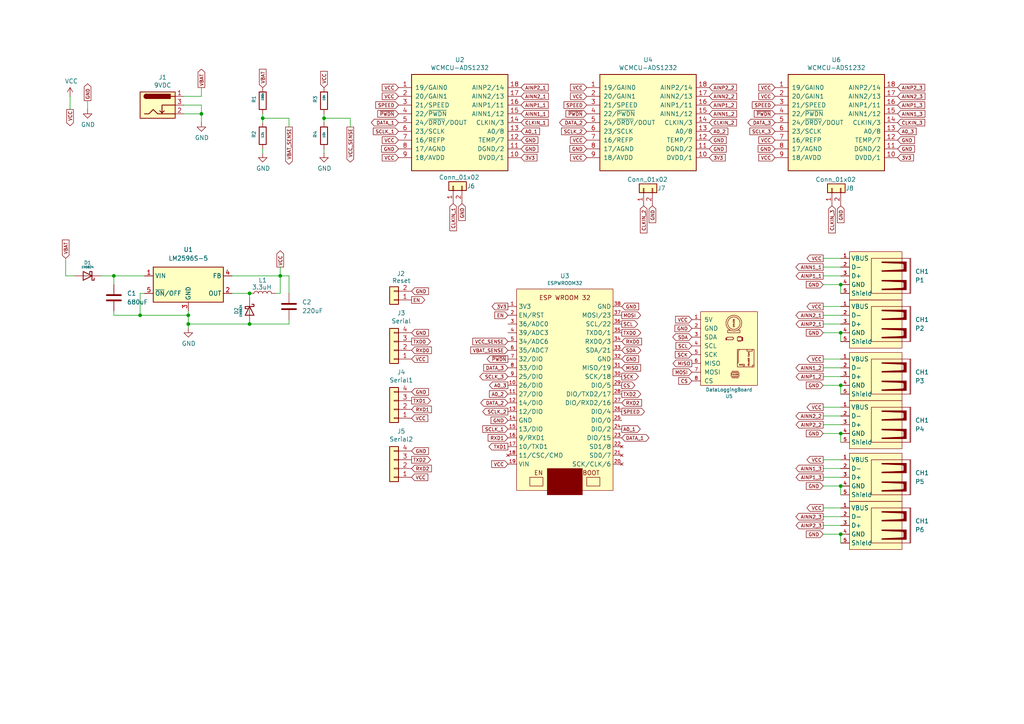
<source format=kicad_sch>
(kicad_sch (version 20231120) (generator "eeschema") (generator_version "8.0")
  (paper "A4")
  (lib_symbols
    (symbol "Connector:Barrel_Jack_Switch" (pin_names hide)
      (property "Reference" "J" (at 0 5.334 0))
      (property "Value" "Barrel_Jack_Switch" (at 0 -5.08 0))
      (symbol "Barrel_Jack_Switch_0_1"
        (rectangle (start -5.08 3.81) (end 5.08 -3.81) (stroke (width 0.254)) (fill (type background)))
        (arc (start -3.302 3.175) (mid -3.9343 2.54) (end -3.302 1.905) (stroke (width 0.254)))
        (arc (start -3.302 3.175) (mid -3.9343 2.54) (end -3.302 1.905) (stroke (width 0.254)) (fill (type outline)))
        (polyline (pts (xy 1.27 -2.286) (xy 1.905 -1.651)) (stroke (width 0.254)))
        (polyline (pts (xy 5.08 2.54) (xy 3.81 2.54)) (stroke (width 0.254)))
        (polyline (pts (xy 5.08 0) (xy 1.27 0) (xy 1.27 -2.286) (xy 0.635 -1.651)) (stroke (width 0.254)))
        (polyline (pts (xy -3.81 -2.54) (xy -2.54 -2.54) (xy -1.27 -1.27) (xy 0 -2.54) (xy 2.54 -2.54) (xy 5.08 -2.54)) (stroke (width 0.254)))
        (rectangle (start 3.683 3.175) (end -3.302 1.905) (stroke (width 0.254)) (fill (type outline)))
      )
      (symbol "Barrel_Jack_Switch_1_1"
        (pin passive line (at 7.62 2.54 180) (length 2.54) (name "~") (number "1"))
        (pin passive line (at 7.62 -2.54 180) (length 2.54) (name "~") (number "2"))
        (pin passive line (at 7.62 0 180) (length 2.54) (name "~") (number "3"))
      )
    )
    (symbol "Connector_Generic:Conn_01x02" (pin_names (offset 1.016) hide)
      (property "Reference" "J" (at 0 2.54 0))
      (property "Value" "Conn_01x02" (at 0 -5.08 0))
      (symbol "Conn_01x02_1_1"
        (rectangle (start -1.27 -2.413) (end 0 -2.667) (stroke (width 0.1524)))
        (rectangle (start -1.27 0.127) (end 0 -0.127) (stroke (width 0.1524)))
        (rectangle (start -1.27 1.27) (end 1.27 -3.81) (stroke (width 0.254)) (fill (type background)))
        (pin passive line (at -5.08 0 0) (length 3.81) (name "Pin_1") (number "1"))
        (pin passive line (at -5.08 -2.54 0) (length 3.81) (name "Pin_2") (number "2"))
      )
    )
    (symbol "Connector_Generic:Conn_01x04" (pin_names (offset 1.016) hide)
      (property "Reference" "J" (at 0 5.08 0))
      (property "Value" "Conn_01x04" (at 0 -7.62 0))
      (symbol "Conn_01x04_1_1"
        (rectangle (start -1.27 -4.953) (end 0 -5.207) (stroke (width 0.1524)))
        (rectangle (start -1.27 -2.413) (end 0 -2.667) (stroke (width 0.1524)))
        (rectangle (start -1.27 0.127) (end 0 -0.127) (stroke (width 0.1524)))
        (rectangle (start -1.27 2.667) (end 0 2.413) (stroke (width 0.1524)))
        (rectangle (start -1.27 3.81) (end 1.27 -6.35) (stroke (width 0.254)) (fill (type background)))
        (pin passive line (at -5.08 2.54 0) (length 3.81) (name "Pin_1") (number "1"))
        (pin passive line (at -5.08 0 0) (length 3.81) (name "Pin_2") (number "2"))
        (pin passive line (at -5.08 -2.54 0) (length 3.81) (name "Pin_3") (number "3"))
        (pin passive line (at -5.08 -5.08 0) (length 3.81) (name "Pin_4") (number "4"))
      )
    )
    (symbol "DataLoggingBoard:DataLoggingBoard" (pin_names (offset 1.016))
      (property "Reference" "U" (at 0 -13.97 0))
      (property "Value" "DataLoggingBoard" (at -0.3048 -12.192 0))
      (symbol "DataLoggingBoard_0_0"
        (rectangle (start -4.318 1.524) (end -3.048 2.54))
        (polyline (pts (xy -4.064 1.524) (xy -4.064 1.27)))
        (polyline (pts (xy -4.064 2.54) (xy -4.064 2.794)))
        (polyline (pts (xy -3.81 1.524) (xy -3.81 1.27)))
        (polyline (pts (xy -3.81 2.54) (xy -3.81 2.794)))
        (polyline (pts (xy -3.556 1.524) (xy -3.556 1.27)))
        (polyline (pts (xy -3.556 2.54) (xy -3.556 2.794)))
        (polyline (pts (xy -3.302 1.524) (xy -3.302 1.27)))
        (polyline (pts (xy -3.302 2.54) (xy -3.302 2.794)))
        (polyline (pts (xy -2.032 2.032) (xy -1.778 2.032) (xy -1.778 1.778) (xy 0 1.778) (xy 0 2.54) (xy -1.778 2.54) (xy -1.778 2.286) (xy -2.032 2.286)))
        (text "74hc1250" (at -2.2606 -8.3058 0) (effects (font (size 0.2794 0.2794))))
        (text "CR1220" (at -2.032 6.604 900) (effects (font (size 0.4064 0.4064))))
        (text "DS1307" (at -4.572 2.032 900) (effects (font (size 0.2032 0.2032))))
        (text "MicroSD Card" (at -6.35 -3.81 900) (effects (font (size 0.4064 0.4064))))
        (text "osc" (at 0.254 2.032 900) (effects (font (size 0.3048 0.3048))))
        (pin power_in line (at 10.16 7.62 180) (length 2.5654) (name "5V") (number "1"))
        (pin power_in line (at 10.16 5.08 180) (length 2.5654) (name "GND") (number "2"))
        (pin bidirectional line (at 10.16 2.54 180) (length 2.5654) (name "SDA") (number "3"))
        (pin input line (at 10.16 0 180) (length 2.5654) (name "SCL") (number "4"))
        (pin input line (at 10.16 -2.54 180) (length 2.5654) (name "SCK") (number "5"))
        (pin output line (at 10.16 -5.08 180) (length 2.5654) (name "MISO") (number "6"))
        (pin input line (at 10.16 -7.62 180) (length 2.5654) (name "MOSI") (number "7"))
        (pin input line (at 10.16 -10.16 180) (length 2.5654) (name "CS") (number "8"))
      )
      (symbol "DataLoggingBoard_0_1"
        (rectangle (start -8.89 -11.43) (end 7.62 9.906) (fill (type background)))
        (rectangle (start -7.874 -6.096) (end -3.048 -1.016))
        (circle (center -2.032 6.604) (radius 1.8034))
        (circle (center -2.032 6.604) (radius 2.286))
        (polyline (pts (xy -3.81 -5.588) (xy -3.556 -5.588)))
        (polyline (pts (xy -3.81 -5.334) (xy -3.556 -5.334)))
        (polyline (pts (xy -3.2766 -9.0678) (xy -3.2766 -9.3218)))
        (polyline (pts (xy -3.2766 -7.5438) (xy -3.2766 -7.2898)))
        (polyline (pts (xy -3.0226 -9.0678) (xy -3.0226 -9.3218)))
        (polyline (pts (xy -3.0226 -7.5438) (xy -3.0226 -7.2898)))
        (polyline (pts (xy -2.7686 -9.0678) (xy -2.7686 -9.3218)))
        (polyline (pts (xy -2.7686 -7.5438) (xy -2.7686 -7.2898)))
        (polyline (pts (xy -2.5146 -9.0678) (xy -2.5146 -9.3218)))
        (polyline (pts (xy -2.5146 -7.5438) (xy -2.5146 -7.2898)))
        (polyline (pts (xy -2.2606 -9.0678) (xy -2.2606 -9.3218)))
        (polyline (pts (xy -2.2606 -7.5438) (xy -2.2606 -7.2898)))
        (polyline (pts (xy -2.0066 -9.0678) (xy -2.0066 -9.3218)))
        (polyline (pts (xy -2.0066 -7.5438) (xy -2.0066 -7.2898)))
        (polyline (pts (xy -1.7526 -9.0678) (xy -1.7526 -9.3218)))
        (polyline (pts (xy -1.7526 -7.5438) (xy -1.7526 -7.2898)))
        (polyline (pts (xy -1.4986 -9.0678) (xy -1.4986 -9.3218)))
        (polyline (pts (xy -1.4986 -7.5438) (xy -1.4986 -7.2898)))
        (polyline (pts (xy -7.874 -5.588) (xy -7.366 -5.588) (xy -7.366 -6.096)))
        (polyline (pts (xy -5.08 -5.588) (xy -5.08 -5.334) (xy -3.81 -5.334)))
        (polyline (pts (xy -7.366 -1.016) (xy -7.366 -1.524) (xy -5.842 -1.524) (xy -5.842 -1.016)))
        (polyline (pts (xy -5.08 -5.588) (xy -5.08 -5.842) (xy -4.826 -5.842) (xy -4.572 -5.588) (xy -3.81 -5.588)))
        (polyline (pts (xy -3.5306 -8.8138) (xy -1.2446 -8.8138) (xy -1.2446 -7.7978) (xy -3.5306 -7.7978) (xy -3.5306 -8.8138)))
        (polyline (pts (xy -3.302 4.572) (xy -3.81 4.572) (xy -3.81 3.81) (xy -0.254 3.81) (xy -0.254 4.572) (xy -1.016 4.572)))
        (polyline (pts (xy -3.048 -5.08) (xy -3.302 -4.826) (xy -3.302 -2.286) (xy -3.302 -2.032) (xy -3.302 -1.524) (xy -3.556 -1.27) (xy -3.556 -1.016)))
      )
    )
    (symbol "Device:C" (pin_numbers hide) (pin_names (offset 0.254))
      (property "Reference" "C" (at 0.635 2.54 0))
      (property "Value" "C" (at 0.635 -2.54 0))
      (symbol "C_0_1"
        (polyline (pts (xy -2.032 -0.762) (xy 2.032 -0.762)) (stroke (width 0.508)))
        (polyline (pts (xy -2.032 0.762) (xy 2.032 0.762)) (stroke (width 0.508)))
      )
      (symbol "C_1_1"
        (pin passive line (at 0 3.81 270) (length 2.794) (name "~") (number "1"))
        (pin passive line (at 0 -3.81 90) (length 2.794) (name "~") (number "2"))
      )
    )
    (symbol "Device:D_Schottky" (pin_numbers hide) (pin_names (offset 1.016) hide)
      (property "Reference" "D" (at 0 2.54 0))
      (property "Value" "D_Schottky" (at 0 -2.54 0))
      (symbol "D_Schottky_0_1"
        (polyline (pts (xy 1.27 0) (xy -1.27 0)))
        (polyline (pts (xy 1.27 1.27) (xy 1.27 -1.27) (xy -1.27 0) (xy 1.27 1.27)) (stroke (width 0.254)))
        (polyline (pts (xy -1.905 0.635) (xy -1.905 1.27) (xy -1.27 1.27) (xy -1.27 -1.27) (xy -0.635 -1.27) (xy -0.635 -0.635)) (stroke (width 0.254)))
      )
      (symbol "D_Schottky_1_1"
        (pin passive line (at -3.81 0 0) (length 2.54) (name "K") (number "1"))
        (pin passive line (at 3.81 0 180) (length 2.54) (name "A") (number "2"))
      )
    )
    (symbol "Device:L" (pin_numbers hide) (pin_names (offset 1.016) hide)
      (property "Reference" "L" (at -1.27 0 90))
      (property "Value" "L" (at 1.905 0 90))
      (symbol "L_0_1"
        (arc (start 0 -2.54) (mid 0.6323 -1.905) (end 0 -1.27))
        (arc (start 0 -1.27) (mid 0.6323 -0.635) (end 0 0))
        (arc (start 0 0) (mid 0.6323 0.635) (end 0 1.27))
        (arc (start 0 1.27) (mid 0.6323 1.905) (end 0 2.54))
      )
      (symbol "L_1_1"
        (pin passive line (at 0 3.81 270) (length 1.27) (name "1") (number "1"))
        (pin passive line (at 0 -3.81 90) (length 1.27) (name "2") (number "2"))
      )
    )
    (symbol "Device:R" (pin_numbers hide) (pin_names (offset 0))
      (property "Reference" "R" (at 2.032 0 90))
      (property "Value" "R" (at 0 0 90))
      (symbol "R_0_1"
        (rectangle (start -1.016 -2.54) (end 1.016 2.54) (stroke (width 0.254)))
      )
      (symbol "R_1_1"
        (pin passive line (at 0 3.81 270) (length 1.27) (name "~") (number "1"))
        (pin passive line (at 0 -3.81 90) (length 1.27) (name "~") (number "2"))
      )
    )
    (symbol "ESP WROOM32 DEV-BOARD:ESPWROOM32"
      (property "Reference" "U" (at 0 33.02 0))
      (property "Value" "ESPWROOM32" (at 0 30.48 0))
      (symbol "ESPWROOM32_0_0"
        (rectangle (start -10.16 -25.4) (end -6.35 -27.94))
        (rectangle (start -5.08 -22.86) (end 5.08 -30.48) (fill (type outline)))
        (rectangle (start 6.35 -25.4) (end 10.16 -27.94))
        (text "BOOT" (at 7.62 -24.13 0) (effects (font (size 1.27 1.27))))
        (text "EN" (at -7.62 -24.13 0) (effects (font (size 1.27 1.27))))
        (text "ESP WROOM 32" (at 0 26.67 0) (effects (font (size 1.27 1.27))))
        (pin input line (at -16.51 21.59 0) (length 2.54) (name "EN/RST") (number "2"))
      )
      (symbol "ESPWROOM32_0_1"
        (rectangle (start -13.97 29.21) (end 13.97 -29.21) (fill (type background)))
      )
      (symbol "ESPWROOM32_1_1"
        (pin power_out line (at -16.51 24.13 0) (length 2.54) (name "3V3") (number "1"))
        (pin bidirectional line (at -16.51 1.27 0) (length 2.54) (name "26/DIO") (number "10"))
        (pin bidirectional line (at -16.51 -1.27 0) (length 2.54) (name "27/DIO") (number "11"))
        (pin bidirectional line (at -16.51 -3.81 0) (length 2.54) (name "14/DIO") (number "12"))
        (pin bidirectional line (at -16.51 -6.35 0) (length 2.54) (name "12/DIO") (number "13"))
        (pin power_in line (at -16.51 -8.89 0) (length 2.54) (name "GND") (number "14"))
        (pin bidirectional line (at -16.51 -11.43 0) (length 2.54) (name "13/DIO") (number "15"))
        (pin input line (at -16.51 -13.97 0) (length 2.54) (name "9/RXD1") (number "16"))
        (pin output line (at -16.51 -16.51 0) (length 2.54) (name "10/TXD1") (number "17"))
        (pin no_connect line (at -16.51 -19.05 0) (length 2.54) (name "11/CSC/CMD") (number "18"))
        (pin power_in line (at -16.51 -21.59 0) (length 2.54) (name "VIN") (number "19"))
        (pin no_connect line (at 16.51 -21.59 180) (length 2.54) (name "SCK/CLK/6") (number "20"))
        (pin no_connect line (at 16.51 -19.05 180) (length 2.54) (name "SD0/7") (number "21"))
        (pin no_connect line (at 16.51 -16.51 180) (length 2.54) (name "SD1/8") (number "22"))
        (pin bidirectional line (at 16.51 -13.97 180) (length 2.54) (name "DIO/15") (number "23"))
        (pin bidirectional line (at 16.51 -11.43 180) (length 2.54) (name "DIO/2") (number "24"))
        (pin bidirectional line (at 16.51 -8.89 180) (length 2.54) (name "DIO/0") (number "25"))
        (pin bidirectional line (at 16.51 -6.35 180) (length 2.54) (name "DIO/4") (number "26"))
        (pin input line (at 16.51 -3.81 180) (length 2.54) (name "DIO/RXD2/16") (number "27"))
        (pin output line (at 16.51 -1.27 180) (length 2.54) (name "DIO/TXD2/17") (number "28"))
        (pin bidirectional line (at 16.51 1.27 180) (length 2.54) (name "DIO/5") (number "29"))
        (pin input line (at -16.51 19.05 0) (length 2.54) (name "36/ADC0") (number "3"))
        (pin output line (at 16.51 3.81 180) (length 2.54) (name "SCK/18") (number "30"))
        (pin input line (at 16.51 6.35 180) (length 2.54) (name "MISO/19") (number "31"))
        (pin power_in line (at 16.51 8.89 180) (length 2.54) (name "GND") (number "32"))
        (pin bidirectional line (at 16.51 11.43 180) (length 2.54) (name "SDA/21") (number "33"))
        (pin input line (at 16.51 13.97 180) (length 2.54) (name "RXD0/3") (number "34"))
        (pin output line (at 16.51 16.51 180) (length 2.54) (name "TXD0/1") (number "35"))
        (pin output line (at 16.51 19.05 180) (length 2.54) (name "SCL/22") (number "36"))
        (pin output line (at 16.51 21.59 180) (length 2.54) (name "MOSI/23") (number "37"))
        (pin power_in line (at 16.51 24.13 180) (length 2.54) (name "GND") (number "38"))
        (pin input line (at -16.51 16.51 0) (length 2.54) (name "39/ADC3") (number "4"))
        (pin input line (at -16.51 13.97 0) (length 2.54) (name "34/ADC6") (number "5"))
        (pin input line (at -16.51 11.43 0) (length 2.54) (name "35/ADC7") (number "6"))
        (pin bidirectional line (at -16.51 8.89 0) (length 2.54) (name "32/DIO") (number "7"))
        (pin bidirectional line (at -16.51 6.35 0) (length 2.54) (name "33/DIO") (number "8"))
        (pin bidirectional line (at -16.51 3.81 0) (length 2.54) (name "25/DIO") (number "9"))
      )
    )
    (symbol "Regulator_Switching:LM2596S-5"
      (property "Reference" "U" (at -10.16 6.35 0))
      (property "Value" "LM2596S-5" (at 0 6.35 0))
      (symbol "LM2596S-5_0_1"
        (rectangle (start -10.16 5.08) (end 10.16 -5.08) (stroke (width 0.254)) (fill (type background)))
      )
      (symbol "LM2596S-5_1_1"
        (pin power_in line (at -12.7 2.54 0) (length 2.54) (name "VIN") (number "1"))
        (pin output line (at 12.7 -2.54 180) (length 2.54) (name "OUT") (number "2"))
        (pin power_in line (at 0 -7.62 90) (length 2.54) (name "GND") (number "3"))
        (pin input line (at 12.7 2.54 180) (length 2.54) (name "FB") (number "4"))
        (pin input line (at -12.7 -2.54 0) (length 2.54) (name "~{ON}/OFF") (number "5"))
      )
    )
    (symbol "USB_Type_A_1"
      (property "Reference" "U2" (at -6.35 6.35 0))
      (property "Value" "CH1" (at -6.35 8.89 0))
      (symbol "USB_Type_A_1_0_1"
        (rectangle (start -5.08 12.7001) (end 6.35 2.5401))
        (rectangle (start -2.54 14.605) (end 12.7 0.635) (fill (type background)))
        (polyline (pts (xy -4.826 12.7001) (xy -4.826 2.5401)))
        (polyline (pts (xy -3.81 11.6841) (xy -3.81 8.8901) (xy 3.302 8.8901) (xy 3.302 9.1441) (xy -2.794 9.3981) (xy -3.048 9.6521) (xy -3.048 10.9221) (xy -2.794 11.1761) (xy 3.302 11.4301) (xy 3.302 11.6841) (xy -3.81 11.6841)) (fill (type outline)))
      )
      (symbol "USB_Type_A_1_1_1"
        (polyline (pts (xy -3.81 6.3501) (xy -3.81 3.5561) (xy 3.302 3.5561) (xy 3.302 3.8101) (xy -2.794 4.0641) (xy -3.048 4.3181) (xy -3.048 5.5881) (xy -2.794 5.8421) (xy 3.302 6.0961) (xy 3.302 6.3501) (xy -3.81 6.3501)) (fill (type outline)))
        (pin power_in line (at 15.24 12.7 180) (length 2.54) (name "VBUS") (number "1"))
        (pin bidirectional line (at 15.24 10.16 180) (length 2.54) (name "D-") (number "2"))
        (pin bidirectional line (at 15.24 7.62 180) (length 2.54) (name "D+") (number "3"))
        (pin power_in line (at 15.24 5.08 180) (length 2.54) (name "GND") (number "4"))
        (pin power_in line (at 15.24 2.54 180) (length 2.54) (name "Shield") (number "5"))
      )
    )
    (symbol "WCMCU-ADS1232:WCMCU-ADS1232" (pin_names (offset 1.016))
      (property "Reference" "U" (at -1.27 19.05 0))
      (property "Value" "WCMCU-ADS1232" (at -7.62 16.51 0))
      (symbol "WCMCU-ADS1232_0_1"
        (rectangle (start -13.97 13.97) (end 13.97 -13.97) (stroke (width 0.254)) (fill (type background)))
      )
      (symbol "WCMCU-ADS1232_1_1"
        (pin input line (at -17.78 10.16 0) (length 3.81) (name "19/GAIN0") (number "1"))
        (pin power_in line (at 17.78 -10.16 180) (length 3.81) (name "DVDD/1") (number "10"))
        (pin power_in line (at 17.78 -7.62 180) (length 3.81) (name "DGND/2") (number "11"))
        (pin input line (at 17.78 -5.08 180) (length 3.81) (name "TEMP/7") (number "12"))
        (pin input line (at 17.78 -2.54 180) (length 3.81) (name "A0/8") (number "13"))
        (pin input line (at 17.78 0 180) (length 3.81) (name "CLKIN/3") (number "14"))
        (pin input line (at 17.78 2.54 180) (length 3.81) (name "AINN1/12") (number "15"))
        (pin input line (at 17.78 5.08 180) (length 3.81) (name "AINP1/11") (number "16"))
        (pin input line (at 17.78 7.62 180) (length 3.81) (name "AINN2/13") (number "17"))
        (pin input line (at 17.78 10.16 180) (length 3.81) (name "AINP2/14") (number "18"))
        (pin input line (at -17.78 7.62 0) (length 3.81) (name "20/GAIN1") (number "2"))
        (pin input line (at -17.78 5.08 0) (length 3.81) (name "21/SPEED") (number "3"))
        (pin input line (at -17.78 2.54 0) (length 3.81) (name "22/~{PWDN}") (number "4"))
        (pin output line (at -17.78 0 0) (length 3.81) (name "24/~{DRDY}/DOUT") (number "5"))
        (pin input line (at -17.78 -2.54 0) (length 3.81) (name "23/SCLK") (number "6"))
        (pin input line (at -17.78 -5.08 0) (length 3.81) (name "16/REFP") (number "7"))
        (pin power_in line (at -17.78 -7.62 0) (length 3.81) (name "17/AGND") (number "8"))
        (pin power_in line (at -17.78 -10.16 0) (length 3.81) (name "18/AVDD") (number "9"))
      )
    )
    (symbol "power:GND" (power) (pin_numbers hide) (pin_names (offset 0) hide)
      (property "Value" "GND" (at 0 -3.81 0))
      (symbol "GND_0_1"
        (polyline (pts (xy 0 0) (xy 0 -1.27) (xy 1.27 -1.27) (xy 0 -2.54) (xy -1.27 -1.27) (xy 0 -1.27)))
      )
      (symbol "GND_1_1"
        (pin power_in line (at 0 0 270) (length 0) (name "~") (number "1"))
      )
    )
    (symbol "power:VCC" (power) (pin_numbers hide) (pin_names (offset 0) hide)
      (property "Value" "VCC" (at 0 3.556 0))
      (symbol "VCC_0_1"
        (polyline (pts (xy -0.762 1.27) (xy 0 2.54)))
        (polyline (pts (xy 0 0) (xy 0 2.54)))
        (polyline (pts (xy 0 2.54) (xy 0.762 1.27)))
      )
      (symbol "VCC_1_1"
        (pin power_in line (at 0 0 90) (length 0) (name "~") (number "1"))
      )
    )
  )
  (junction (at 93.98 34.29))
  (junction (at 58.42 33.02))
  (junction (at 54.61 91.44))
  (junction (at 54.61 93.98))
  (junction (at 243.84 96.52))
  (junction (at 76.2 34.29))
  (junction (at 72.39 93.98))
  (junction (at 40.64 91.44))
  (junction (at 243.84 154.94))
  (junction (at 243.84 125.73))
  (junction (at 81.28 80.01))
  (junction (at 72.39 85.09))
  (junction (at 243.84 111.76))
  (junction (at 243.84 82.55))
  (junction (at 33.02 80.01))
  (junction (at 243.84 140.97))
  (wire (pts (xy 238.76 93.98) (xy 243.84 93.98)))
  (wire (pts (xy 238.76 80.01) (xy 243.84 80.01)))
  (wire (pts (xy 93.98 34.29) (xy 101.6 34.29)))
  (wire (pts (xy 83.82 85.09) (xy 83.82 80.01)))
  (wire (pts (xy 238.76 96.52) (xy 243.84 96.52)))
  (wire (pts (xy 72.39 85.09) (xy 72.39 86.36)))
  (wire (pts (xy 19.05 74.93) (xy 19.05 80.01)))
  (wire (pts (xy 93.98 33.02) (xy 93.98 34.29)))
  (wire (pts (xy 33.02 80.01) (xy 41.91 80.01)))
  (wire (pts (xy 243.84 140.97) (xy 243.84 143.51)))
  (wire (pts (xy 238.76 152.4) (xy 243.84 152.4)))
  (wire (pts (xy 238.76 138.43) (xy 243.84 138.43)))
  (wire (pts (xy 54.61 90.17) (xy 54.61 91.44)))
  (wire (pts (xy 243.84 111.76) (xy 243.84 114.3)))
  (wire (pts (xy 67.31 80.01) (xy 81.28 80.01)))
  (wire (pts (xy 58.42 25.4) (xy 58.42 27.94)))
  (wire (pts (xy 81.28 85.09) (xy 80.01 85.09)))
  (wire (pts (xy 93.98 34.29) (xy 93.98 35.56)))
  (wire (pts (xy 40.64 91.44) (xy 33.02 91.44)))
  (wire (pts (xy 41.91 85.09) (xy 40.64 85.09)))
  (wire (pts (xy 33.02 80.01) (xy 33.02 82.55)))
  (wire (pts (xy 19.05 80.01) (xy 21.59 80.01)))
  (wire (pts (xy 243.84 154.94) (xy 243.84 157.48)))
  (wire (pts (xy 238.76 77.47) (xy 243.84 77.47)))
  (wire (pts (xy 72.39 93.98) (xy 54.61 93.98)))
  (wire (pts (xy 101.6 34.29) (xy 101.6 36.83)))
  (wire (pts (xy 238.76 118.11) (xy 243.84 118.11)))
  (wire (pts (xy 238.76 125.73) (xy 243.84 125.73)))
  (wire (pts (xy 40.64 85.09) (xy 40.64 91.44)))
  (wire (pts (xy 76.2 43.18) (xy 76.2 44.45)))
  (wire (pts (xy 243.84 125.73) (xy 243.84 128.27)))
  (wire (pts (xy 53.34 33.02) (xy 58.42 33.02)))
  (wire (pts (xy 58.42 30.48) (xy 58.42 33.02)))
  (wire (pts (xy 243.84 82.55) (xy 243.84 85.09)))
  (wire (pts (xy 33.02 91.44) (xy 33.02 90.17)))
  (wire (pts (xy 238.76 133.35) (xy 243.84 133.35)))
  (wire (pts (xy 20.32 31.75) (xy 20.32 27.94)))
  (wire (pts (xy 238.76 109.22) (xy 243.84 109.22)))
  (wire (pts (xy 54.61 91.44) (xy 40.64 91.44)))
  (wire (pts (xy 29.21 80.01) (xy 33.02 80.01)))
  (wire (pts (xy 238.76 135.89) (xy 243.84 135.89)))
  (wire (pts (xy 72.39 93.98) (xy 83.82 93.98)))
  (wire (pts (xy 67.31 85.09) (xy 72.39 85.09)))
  (wire (pts (xy 238.76 147.32) (xy 243.84 147.32)))
  (wire (pts (xy 238.76 104.14) (xy 243.84 104.14)))
  (wire (pts (xy 238.76 123.19) (xy 243.84 123.19)))
  (wire (pts (xy 53.34 27.94) (xy 58.42 27.94)))
  (wire (pts (xy 238.76 111.76) (xy 243.84 111.76)))
  (wire (pts (xy 76.2 34.29) (xy 76.2 35.56)))
  (wire (pts (xy 238.76 82.55) (xy 243.84 82.55)))
  (wire (pts (xy 53.34 30.48) (xy 58.42 30.48)))
  (wire (pts (xy 81.28 80.01) (xy 81.28 85.09)))
  (wire (pts (xy 81.28 77.47) (xy 81.28 80.01)))
  (wire (pts (xy 238.76 140.97) (xy 243.84 140.97)))
  (wire (pts (xy 76.2 33.02) (xy 76.2 34.29)))
  (wire (pts (xy 83.82 92.71) (xy 83.82 93.98)))
  (wire (pts (xy 93.98 43.18) (xy 93.98 44.45)))
  (wire (pts (xy 83.82 80.01) (xy 81.28 80.01)))
  (wire (pts (xy 238.76 154.94) (xy 243.84 154.94)))
  (wire (pts (xy 54.61 91.44) (xy 54.61 93.98)))
  (wire (pts (xy 76.2 34.29) (xy 83.82 34.29)))
  (wire (pts (xy 238.76 74.93) (xy 243.84 74.93)))
  (wire (pts (xy 238.76 88.9) (xy 243.84 88.9)))
  (wire (pts (xy 54.61 93.98) (xy 54.61 95.25)))
  (wire (pts (xy 58.42 33.02) (xy 58.42 35.56)))
  (wire (pts (xy 25.4 31.75) (xy 25.4 29.21)))
  (wire (pts (xy 243.84 96.52) (xy 243.84 99.06)))
  (wire (pts (xy 238.76 106.68) (xy 243.84 106.68)))
  (wire (pts (xy 238.76 91.44) (xy 243.84 91.44)))
  (wire (pts (xy 238.76 149.86) (xy 243.84 149.86)))
  (wire (pts (xy 83.82 34.29) (xy 83.82 36.83)))
  (wire (pts (xy 238.76 120.65) (xy 243.84 120.65)))
  (global_label "CS" (shape output) (at 180.34 111.76 0) (effects (font (size 0.9906 0.9906))) (property "Intersheetrefs" "${INTERSHEET_REFS}" (effects (hide yes))))
  (global_label "3V3" (shape input) (at 151.13 45.72 0) (effects (font (size 0.9906 0.9906))) (property "Intersheetrefs" "${INTERSHEET_REFS}" (effects (hide yes))))
  (global_label "SCLK_2" (shape output) (at 147.32 119.38 180) (effects (font (size 0.9906 0.9906))) (property "Intersheetrefs" "${INTERSHEET_REFS}" (effects (hide yes))))
  (global_label "TXD2" (shape output) (at 119.38 133.35 0) (effects (font (size 0.9906 0.9906))) (property "Intersheetrefs" "${INTERSHEET_REFS}" (effects (hide yes))))
  (global_label "~{PWDN}" (shape input) (at 115.57 33.02 180) (effects (font (size 0.9906 0.9906))) (property "Intersheetrefs" "${INTERSHEET_REFS}" (effects (hide yes))))
  (global_label "SCK" (shape input) (at 200.66 102.87 180) (effects (font (size 0.9906 0.9906))) (property "Intersheetrefs" "${INTERSHEET_REFS}" (effects (hide yes))))
  (global_label "VCC" (shape output) (at 238.76 88.9 180) (effects (font (size 0.9906 0.9906))) (property "Intersheetrefs" "${INTERSHEET_REFS}" (effects (hide yes))))
  (global_label "RXD1" (shape input) (at 119.38 118.745 0) (effects (font (size 0.9906 0.9906))) (property "Intersheetrefs" "${INTERSHEET_REFS}" (effects (hide yes))))
  (global_label "VCC" (shape input) (at 115.57 25.4 180) (effects (font (size 0.9906 0.9906))) (property "Intersheetrefs" "${INTERSHEET_REFS}" (effects (hide yes))))
  (global_label "VCC" (shape output) (at 81.28 77.47 90) (effects (font (size 0.9906 0.9906))) (property "Intersheetrefs" "${INTERSHEET_REFS}" (effects (hide yes))))
  (global_label "GND" (shape input) (at 238.76 140.97 180) (effects (font (size 0.9906 0.9906))) (property "Intersheetrefs" "${INTERSHEET_REFS}" (effects (hide yes))))
  (global_label "SCL" (shape output) (at 180.34 93.98 0) (effects (font (size 0.9906 0.9906))) (property "Intersheetrefs" "${INTERSHEET_REFS}" (effects (hide yes))))
  (global_label "VCC" (shape input) (at 170.18 45.72 180) (effects (font (size 0.9906 0.9906))) (property "Intersheetrefs" "${INTERSHEET_REFS}" (effects (hide yes))))
  (global_label "AINP1_3" (shape input) (at 260.35 30.48 0) (effects (font (size 0.9906 0.9906))) (property "Intersheetrefs" "${INTERSHEET_REFS}" (effects (hide yes))))
  (global_label "CLKIN_1" (shape input) (at 131.445 59.055 270) (effects (font (size 0.9906 0.9906))) (property "Intersheetrefs" "${INTERSHEET_REFS}" (effects (hide yes))))
  (global_label "VCC" (shape input) (at 119.38 104.14 0) (effects (font (size 0.9906 0.9906))) (property "Intersheetrefs" "${INTERSHEET_REFS}" (effects (hide yes))))
  (global_label "TXD2" (shape output) (at 180.34 114.3 0) (effects (font (size 0.9906 0.9906))) (property "Intersheetrefs" "${INTERSHEET_REFS}" (effects (hide yes))))
  (global_label "GND" (shape input) (at 180.34 88.9 0) (effects (font (size 0.9906 0.9906))) (property "Intersheetrefs" "${INTERSHEET_REFS}" (effects (hide yes))))
  (global_label "EN" (shape output) (at 119.38 86.995 0) (effects (font (size 0.9906 0.9906))) (property "Intersheetrefs" "${INTERSHEET_REFS}" (effects (hide yes))))
  (global_label "CLKIN_1" (shape input) (at 151.13 35.56 0) (effects (font (size 0.9906 0.9906))) (property "Intersheetrefs" "${INTERSHEET_REFS}" (effects (hide yes))))
  (global_label "3V3" (shape input) (at 205.74 45.72 0) (effects (font (size 0.9906 0.9906))) (property "Intersheetrefs" "${INTERSHEET_REFS}" (effects (hide yes))))
  (global_label "GND" (shape input) (at 238.76 111.76 180) (effects (font (size 0.9906 0.9906))) (property "Intersheetrefs" "${INTERSHEET_REFS}" (effects (hide yes))))
  (global_label "~{PWDN}" (shape output) (at 147.32 104.14 180) (effects (font (size 0.9906 0.9906))) (property "Intersheetrefs" "${INTERSHEET_REFS}" (effects (hide yes))))
  (global_label "VCC" (shape input) (at 170.18 40.64 180) (effects (font (size 0.9906 0.9906))) (property "Intersheetrefs" "${INTERSHEET_REFS}" (effects (hide yes))))
  (global_label "VCC" (shape input) (at 119.38 121.285 0) (effects (font (size 0.9906 0.9906))) (property "Intersheetrefs" "${INTERSHEET_REFS}" (effects (hide yes))))
  (global_label "AINP2_1" (shape output) (at 238.76 93.98 180) (effects (font (size 0.9906 0.9906))) (property "Intersheetrefs" "${INTERSHEET_REFS}" (effects (hide yes))))
  (global_label "AINN1_3" (shape output) (at 238.76 135.89 180) (effects (font (size 0.9906 0.9906))) (property "Intersheetrefs" "${INTERSHEET_REFS}" (effects (hide yes))))
  (global_label "RXD0" (shape input) (at 180.34 99.06 0) (effects (font (size 0.9906 0.9906))) (property "Intersheetrefs" "${INTERSHEET_REFS}" (effects (hide yes))))
  (global_label "AINN2_1" (shape input) (at 151.13 27.94 0) (effects (font (size 0.9906 0.9906))) (property "Intersheetrefs" "${INTERSHEET_REFS}" (effects (hide yes))))
  (global_label "VCC" (shape output) (at 238.76 104.14 180) (effects (font (size 0.9906 0.9906))) (property "Intersheetrefs" "${INTERSHEET_REFS}" (effects (hide yes))))
  (global_label "AINP1_1" (shape input) (at 151.13 30.48 0) (effects (font (size 0.9906 0.9906))) (property "Intersheetrefs" "${INTERSHEET_REFS}" (effects (hide yes))))
  (global_label "VCC" (shape output) (at 20.32 31.75 270) (effects (font (size 0.9906 0.9906))) (property "Intersheetrefs" "${INTERSHEET_REFS}" (effects (hide yes))))
  (global_label "VBAT" (shape input) (at 76.2 25.4 90) (effects (font (size 0.9906 0.9906))) (property "Intersheetrefs" "${INTERSHEET_REFS}" (effects (hide yes))))
  (global_label "SDA" (shape bidirectional) (at 200.66 97.79 180) (effects (font (size 0.9906 0.9906))) (property "Intersheetrefs" "${INTERSHEET_REFS}" (effects (hide yes))))
  (global_label "VCC" (shape input) (at 170.18 25.4 180) (effects (font (size 0.9906 0.9906))) (property "Intersheetrefs" "${INTERSHEET_REFS}" (effects (hide yes))))
  (global_label "GND" (shape input) (at 147.32 121.92 180) (effects (font (size 0.9906 0.9906))) (property "Intersheetrefs" "${INTERSHEET_REFS}" (effects (hide yes))))
  (global_label "GND" (shape input) (at 238.76 82.55 180) (effects (font (size 0.9906 0.9906))) (property "Intersheetrefs" "${INTERSHEET_REFS}" (effects (hide yes))))
  (global_label "VCC" (shape input) (at 115.57 45.72 180) (effects (font (size 0.9906 0.9906))) (property "Intersheetrefs" "${INTERSHEET_REFS}" (effects (hide yes))))
  (global_label "VCC" (shape input) (at 115.57 27.94 180) (effects (font (size 0.9906 0.9906))) (property "Intersheetrefs" "${INTERSHEET_REFS}" (effects (hide yes))))
  (global_label "VCC_SENSE" (shape output) (at 101.6 36.83 270) (effects (font (size 0.9906 0.9906))) (property "Intersheetrefs" "${INTERSHEET_REFS}" (effects (hide yes))))
  (global_label "3V3" (shape input) (at 260.35 45.72 0) (effects (font (size 0.9906 0.9906))) (property "Intersheetrefs" "${INTERSHEET_REFS}" (effects (hide yes))))
  (global_label "VBAT" (shape input) (at 19.05 74.93 90) (effects (font (size 0.9906 0.9906))) (property "Intersheetrefs" "${INTERSHEET_REFS}" (effects (hide yes))))
  (global_label "VBAT_SENSE" (shape input) (at 147.32 101.6 180) (effects (font (size 0.9906 0.9906))) (property "Intersheetrefs" "${INTERSHEET_REFS}" (effects (hide yes))))
  (global_label "AINN2_2" (shape input) (at 205.74 27.94 0) (effects (font (size 0.9906 0.9906))) (property "Intersheetrefs" "${INTERSHEET_REFS}" (effects (hide yes))))
  (global_label "VCC" (shape output) (at 238.76 133.35 180) (effects (font (size 0.9906 0.9906))) (property "Intersheetrefs" "${INTERSHEET_REFS}" (effects (hide yes))))
  (global_label "GND" (shape input) (at 189.23 59.69 270) (effects (font (size 0.9906 0.9906))) (property "Intersheetrefs" "${INTERSHEET_REFS}" (effects (hide yes))))
  (global_label "SPEED" (shape input) (at 224.79 30.48 180) (effects (font (size 0.9906 0.9906))) (property "Intersheetrefs" "${INTERSHEET_REFS}" (effects (hide yes))))
  (global_label "MISO" (shape input) (at 180.34 106.68 0) (effects (font (size 0.9906 0.9906))) (property "Intersheetrefs" "${INTERSHEET_REFS}" (effects (hide yes))))
  (global_label "TXD1" (shape output) (at 147.32 129.54 180) (effects (font (size 0.9906 0.9906))) (property "Intersheetrefs" "${INTERSHEET_REFS}" (effects (hide yes))))
  (global_label "VCC" (shape output) (at 238.76 74.93 180) (effects (font (size 0.9906 0.9906))) (property "Intersheetrefs" "${INTERSHEET_REFS}" (effects (hide yes))))
  (global_label "3V3" (shape output) (at 147.32 88.9 180) (effects (font (size 0.9906 0.9906))) (property "Intersheetrefs" "${INTERSHEET_REFS}" (effects (hide yes))))
  (global_label "DATA_1" (shape bidirectional) (at 180.34 127 0) (effects (font (size 0.9906 0.9906))) (property "Intersheetrefs" "${INTERSHEET_REFS}" (effects (hide yes))))
  (global_label "DATA_3" (shape bidirectional) (at 224.79 35.56 180) (effects (font (size 0.9906 0.9906))) (property "Intersheetrefs" "${INTERSHEET_REFS}" (effects (hide yes))))
  (global_label "AINN1_1" (shape output) (at 238.76 77.47 180) (effects (font (size 0.9906 0.9906))) (property "Intersheetrefs" "${INTERSHEET_REFS}" (effects (hide yes))))
  (global_label "GND" (shape input) (at 119.38 130.81 0) (effects (font (size 0.9906 0.9906))) (property "Intersheetrefs" "${INTERSHEET_REFS}" (effects (hide yes))))
  (global_label "GND" (shape input) (at 238.76 154.94 180) (effects (font (size 0.9906 0.9906))) (property "Intersheetrefs" "${INTERSHEET_REFS}" (effects (hide yes))))
  (global_label "SPEED" (shape input) (at 115.57 30.48 180) (effects (font (size 0.9906 0.9906))) (property "Intersheetrefs" "${INTERSHEET_REFS}" (effects (hide yes))))
  (global_label "AINN2_3" (shape input) (at 260.35 27.94 0) (effects (font (size 0.9906 0.9906))) (property "Intersheetrefs" "${INTERSHEET_REFS}" (effects (hide yes))))
  (global_label "VCC" (shape input) (at 170.18 27.94 180) (effects (font (size 0.9906 0.9906))) (property "Intersheetrefs" "${INTERSHEET_REFS}" (effects (hide yes))))
  (global_label "VCC" (shape input) (at 224.79 40.64 180) (effects (font (size 0.9906 0.9906))) (property "Intersheetrefs" "${INTERSHEET_REFS}" (effects (hide yes))))
  (global_label "VCC" (shape input) (at 93.98 25.4 90) (effects (font (size 0.9906 0.9906))) (property "Intersheetrefs" "${INTERSHEET_REFS}" (effects (hide yes))))
  (global_label "VCC" (shape input) (at 119.38 138.43 0) (effects (font (size 0.9906 0.9906))) (property "Intersheetrefs" "${INTERSHEET_REFS}" (effects (hide yes))))
  (global_label "GND" (shape input) (at 205.74 43.18 0) (effects (font (size 0.9906 0.9906))) (property "Intersheetrefs" "${INTERSHEET_REFS}" (effects (hide yes))))
  (global_label "AINP2_1" (shape input) (at 151.13 25.4 0) (effects (font (size 0.9906 0.9906))) (property "Intersheetrefs" "${INTERSHEET_REFS}" (effects (hide yes))))
  (global_label "VCC" (shape output) (at 238.76 118.11 180) (effects (font (size 0.9906 0.9906))) (property "Intersheetrefs" "${INTERSHEET_REFS}" (effects (hide yes))))
  (global_label "GND" (shape input) (at 133.985 59.055 270) (effects (font (size 0.9906 0.9906))) (property "Intersheetrefs" "${INTERSHEET_REFS}" (effects (hide yes))))
  (global_label "GND" (shape input) (at 224.79 43.18 180) (effects (font (size 0.9906 0.9906))) (property "Intersheetrefs" "${INTERSHEET_REFS}" (effects (hide yes))))
  (global_label "SCLK_2" (shape input) (at 170.18 38.1 180) (effects (font (size 0.9906 0.9906))) (property "Intersheetrefs" "${INTERSHEET_REFS}" (effects (hide yes))))
  (global_label "DATA_3" (shape input) (at 147.32 106.68 180) (effects (font (size 0.9906 0.9906))) (property "Intersheetrefs" "${INTERSHEET_REFS}" (effects (hide yes))))
  (global_label "EN" (shape input) (at 147.32 91.44 180) (effects (font (size 0.9906 0.9906))) (property "Intersheetrefs" "${INTERSHEET_REFS}" (effects (hide yes))))
  (global_label "SCLK_3" (shape input) (at 224.79 38.1 180) (effects (font (size 0.9906 0.9906))) (property "Intersheetrefs" "${INTERSHEET_REFS}" (effects (hide yes))))
  (global_label "AINN1_3" (shape input) (at 260.35 33.02 0) (effects (font (size 0.9906 0.9906))) (property "Intersheetrefs" "${INTERSHEET_REFS}" (effects (hide yes))))
  (global_label "AINN2_1" (shape output) (at 238.76 91.44 180) (effects (font (size 0.9906 0.9906))) (property "Intersheetrefs" "${INTERSHEET_REFS}" (effects (hide yes))))
  (global_label "GND" (shape input) (at 205.74 40.64 0) (effects (font (size 0.9906 0.9906))) (property "Intersheetrefs" "${INTERSHEET_REFS}" (effects (hide yes))))
  (global_label "CLKIN_2" (shape input) (at 205.74 35.56 0) (effects (font (size 0.9906 0.9906))) (property "Intersheetrefs" "${INTERSHEET_REFS}" (effects (hide yes))))
  (global_label "AINN1_2" (shape output) (at 238.76 106.68 180) (effects (font (size 0.9906 0.9906))) (property "Intersheetrefs" "${INTERSHEET_REFS}" (effects (hide yes))))
  (global_label "RXD0" (shape input) (at 119.38 101.6 0) (effects (font (size 0.9906 0.9906))) (property "Intersheetrefs" "${INTERSHEET_REFS}" (effects (hide yes))))
  (global_label "SCK" (shape output) (at 180.34 109.22 0) (effects (font (size 0.9906 0.9906))) (property "Intersheetrefs" "${INTERSHEET_REFS}" (effects (hide yes))))
  (global_label "AINN1_1" (shape input) (at 151.13 33.02 0) (effects (font (size 0.9906 0.9906))) (property "Intersheetrefs" "${INTERSHEET_REFS}" (effects (hide yes))))
  (global_label "GND" (shape input) (at 119.38 84.455 0) (effects (font (size 0.9906 0.9906))) (property "Intersheetrefs" "${INTERSHEET_REFS}" (effects (hide yes))))
  (global_label "RXD1" (shape input) (at 147.32 127 180) (effects (font (size 0.9906 0.9906))) (property "Intersheetrefs" "${INTERSHEET_REFS}" (effects (hide yes))))
  (global_label "VCC" (shape output) (at 238.76 147.32 180) (effects (font (size 0.9906 0.9906))) (property "Intersheetrefs" "${INTERSHEET_REFS}" (effects (hide yes))))
  (global_label "DATA_1" (shape bidirectional) (at 115.57 35.56 180) (effects (font (size 0.9906 0.9906))) (property "Intersheetrefs" "${INTERSHEET_REFS}" (effects (hide yes))))
  (global_label "GND" (shape input) (at 180.34 104.14 0) (effects (font (size 0.9906 0.9906))) (property "Intersheetrefs" "${INTERSHEET_REFS}" (effects (hide yes))))
  (global_label "GND" (shape output) (at 25.4 29.21 90) (effects (font (size 0.9906 0.9906))) (property "Intersheetrefs" "${INTERSHEET_REFS}" (effects (hide yes))))
  (global_label "GND" (shape input) (at 119.38 96.52 0) (effects (font (size 0.9906 0.9906))) (property "Intersheetrefs" "${INTERSHEET_REFS}" (effects (hide yes))))
  (global_label "AINP1_2" (shape output) (at 238.76 109.22 180) (effects (font (size 0.9906 0.9906))) (property "Intersheetrefs" "${INTERSHEET_REFS}" (effects (hide yes))))
  (global_label "AINP2_2" (shape input) (at 205.74 25.4 0) (effects (font (size 0.9906 0.9906))) (property "Intersheetrefs" "${INTERSHEET_REFS}" (effects (hide yes))))
  (global_label "GND" (shape input) (at 238.76 125.73 180) (effects (font (size 0.9906 0.9906))) (property "Intersheetrefs" "${INTERSHEET_REFS}" (effects (hide yes))))
  (global_label "TXD0" (shape output) (at 180.34 96.52 0) (effects (font (size 0.9906 0.9906))) (property "Intersheetrefs" "${INTERSHEET_REFS}" (effects (hide yes))))
  (global_label "A0_3" (shape input) (at 260.35 38.1 0) (effects (font (size 0.9906 0.9906))) (property "Intersheetrefs" "${INTERSHEET_REFS}" (effects (hide yes))))
  (global_label "GND" (shape input) (at 119.38 113.665 0) (effects (font (size 0.9906 0.9906))) (property "Intersheetrefs" "${INTERSHEET_REFS}" (effects (hide yes))))
  (global_label "A0_2" (shape input) (at 205.74 38.1 0) (effects (font (size 0.9906 0.9906))) (property "Intersheetrefs" "${INTERSHEET_REFS}" (effects (hide yes))))
  (global_label "VCC" (shape input) (at 200.66 92.71 180) (effects (font (size 0.9906 0.9906))) (property "Intersheetrefs" "${INTERSHEET_REFS}" (effects (hide yes))))
  (global_label "CLKIN_3" (shape input) (at 241.3 59.69 270) (effects (font (size 0.9906 0.9906))) (property "Intersheetrefs" "${INTERSHEET_REFS}" (effects (hide yes))))
  (global_label "AINP1_2" (shape input) (at 205.74 30.48 0) (effects (font (size 0.9906 0.9906))) (property "Intersheetrefs" "${INTERSHEET_REFS}" (effects (hide yes))))
  (global_label "SDA" (shape bidirectional) (at 180.34 101.6 0) (effects (font (size 0.9906 0.9906))) (property "Intersheetrefs" "${INTERSHEET_REFS}" (effects (hide yes))))
  (global_label "AINP2_2" (shape output) (at 238.76 123.19 180) (effects (font (size 0.9906 0.9906))) (property "Intersheetrefs" "${INTERSHEET_REFS}" (effects (hide yes))))
  (global_label "GND" (shape input) (at 170.18 43.18 180) (effects (font (size 0.9906 0.9906))) (property "Intersheetrefs" "${INTERSHEET_REFS}" (effects (hide yes))))
  (global_label "SCLK_1" (shape input) (at 147.32 124.46 180) (effects (font (size 0.9906 0.9906))) (property "Intersheetrefs" "${INTERSHEET_REFS}" (effects (hide yes))))
  (global_label "VCC" (shape input) (at 224.79 27.94 180) (effects (font (size 0.9906 0.9906))) (property "Intersheetrefs" "${INTERSHEET_REFS}" (effects (hide yes))))
  (global_label "GND" (shape input) (at 151.13 40.64 0) (effects (font (size 0.9906 0.9906))) (property "Intersheetrefs" "${INTERSHEET_REFS}" (effects (hide yes))))
  (global_label "VBAT" (shape output) (at 58.42 25.4 90) (effects (font (size 0.9906 0.9906))) (property "Intersheetrefs" "${INTERSHEET_REFS}" (effects (hide yes))))
  (global_label "CLKIN_3" (shape input) (at 260.35 35.56 0) (effects (font (size 0.9906 0.9906))) (property "Intersheetrefs" "${INTERSHEET_REFS}" (effects (hide yes))))
  (global_label "SPEED" (shape input) (at 170.18 30.48 180) (effects (font (size 0.9906 0.9906))) (property "Intersheetrefs" "${INTERSHEET_REFS}" (effects (hide yes))))
  (global_label "RXD2" (shape input) (at 180.34 116.84 0) (effects (font (size 0.9906 0.9906))) (property "Intersheetrefs" "${INTERSHEET_REFS}" (effects (hide yes))))
  (global_label "A0_1" (shape output) (at 180.34 124.46 0) (effects (font (size 0.9906 0.9906))) (property "Intersheetrefs" "${INTERSHEET_REFS}" (effects (hide yes))))
  (global_label "AINN2_2" (shape output) (at 238.76 120.65 180) (effects (font (size 0.9906 0.9906))) (property "Intersheetrefs" "${INTERSHEET_REFS}" (effects (hide yes))))
  (global_label "AINP2_3" (shape input) (at 260.35 25.4 0) (effects (font (size 0.9906 0.9906))) (property "Intersheetrefs" "${INTERSHEET_REFS}" (effects (hide yes))))
  (global_label "VCC" (shape input) (at 115.57 40.64 180) (effects (font (size 0.9906 0.9906))) (property "Intersheetrefs" "${INTERSHEET_REFS}" (effects (hide yes))))
  (global_label "~{PWDN}" (shape input) (at 170.18 33.02 180) (effects (font (size 0.9906 0.9906))) (property "Intersheetrefs" "${INTERSHEET_REFS}" (effects (hide yes))))
  (global_label "GND" (shape input) (at 115.57 43.18 180) (effects (font (size 0.9906 0.9906))) (property "Intersheetrefs" "${INTERSHEET_REFS}" (effects (hide yes))))
  (global_label "A0_1" (shape input) (at 151.13 38.1 0) (effects (font (size 0.9906 0.9906))) (property "Intersheetrefs" "${INTERSHEET_REFS}" (effects (hide yes))))
  (global_label "AINN1_2" (shape input) (at 205.74 33.02 0) (effects (font (size 0.9906 0.9906))) (property "Intersheetrefs" "${INTERSHEET_REFS}" (effects (hide yes))))
  (global_label "VBAT_SENSE" (shape output) (at 83.82 36.83 270) (effects (font (size 0.9906 0.9906))) (property "Intersheetrefs" "${INTERSHEET_REFS}" (effects (hide yes))))
  (global_label "VCC" (shape input) (at 224.79 25.4 180) (effects (font (size 0.9906 0.9906))) (property "Intersheetrefs" "${INTERSHEET_REFS}" (effects (hide yes))))
  (global_label "TXD0" (shape output) (at 119.38 99.06 0) (effects (font (size 0.9906 0.9906))) (property "Intersheetrefs" "${INTERSHEET_REFS}" (effects (hide yes))))
  (global_label "DATA_2" (shape bidirectional) (at 147.32 116.84 180) (effects (font (size 0.9906 0.9906))) (property "Intersheetrefs" "${INTERSHEET_REFS}" (effects (hide yes))))
  (global_label "AINP1_1" (shape output) (at 238.76 80.01 180) (effects (font (size 0.9906 0.9906))) (property "Intersheetrefs" "${INTERSHEET_REFS}" (effects (hide yes))))
  (global_label "SCLK_3" (shape bidirectional) (at 147.32 109.22 180) (effects (font (size 0.9906 0.9906))) (property "Intersheetrefs" "${INTERSHEET_REFS}" (effects (hide yes))))
  (global_label "AINP2_3" (shape output) (at 238.76 152.4 180) (effects (font (size 0.9906 0.9906))) (property "Intersheetrefs" "${INTERSHEET_REFS}" (effects (hide yes))))
  (global_label "SPEED" (shape output) (at 180.34 119.38 0) (effects (font (size 0.9906 0.9906))) (property "Intersheetrefs" "${INTERSHEET_REFS}" (effects (hide yes))))
  (global_label "AINP1_3" (shape output) (at 238.76 138.43 180) (effects (font (size 0.9906 0.9906))) (property "Intersheetrefs" "${INTERSHEET_REFS}" (effects (hide yes))))
  (global_label "GND" (shape input) (at 260.35 40.64 0) (effects (font (size 0.9906 0.9906))) (property "Intersheetrefs" "${INTERSHEET_REFS}" (effects (hide yes))))
  (global_label "MOSI" (shape output) (at 180.34 91.44 0) (effects (font (size 0.9906 0.9906))) (property "Intersheetrefs" "${INTERSHEET_REFS}" (effects (hide yes))))
  (global_label "GND" (shape input) (at 200.66 95.25 180) (effects (font (size 0.9906 0.9906))) (property "Intersheetrefs" "${INTERSHEET_REFS}" (effects (hide yes))))
  (global_label "RXD2" (shape input) (at 119.38 135.89 0) (effects (font (size 0.9906 0.9906))) (property "Intersheetrefs" "${INTERSHEET_REFS}" (effects (hide yes))))
  (global_label "CS" (shape input) (at 200.66 110.49 180) (effects (font (size 0.9906 0.9906))) (property "Intersheetrefs" "${INTERSHEET_REFS}" (effects (hide yes))))
  (global_label "MISO" (shape output) (at 200.66 105.41 180) (effects (font (size 0.9906 0.9906))) (property "Intersheetrefs" "${INTERSHEET_REFS}" (effects (hide yes))))
  (global_label "GND" (shape input) (at 238.76 96.52 180) (effects (font (size 0.9906 0.9906))) (property "Intersheetrefs" "${INTERSHEET_REFS}" (effects (hide yes))))
  (global_label "VCC" (shape input) (at 147.32 134.62 180) (effects (font (size 0.9906 0.9906))) (property "Intersheetrefs" "${INTERSHEET_REFS}" (effects (hide yes))))
  (global_label "~{PWDN}" (shape input) (at 224.79 33.02 180) (effects (font (size 0.9906 0.9906))) (property "Intersheetrefs" "${INTERSHEET_REFS}" (effects (hide yes))))
  (global_label "CLKIN_2" (shape input) (at 186.69 59.69 270) (effects (font (size 0.9906 0.9906))) (property "Intersheetrefs" "${INTERSHEET_REFS}" (effects (hide yes))))
  (global_label "GND" (shape input) (at 151.13 43.18 0) (effects (font (size 0.9906 0.9906))) (property "Intersheetrefs" "${INTERSHEET_REFS}" (effects (hide yes))))
  (global_label "GND" (shape input) (at 243.84 59.69 270) (effects (font (size 0.9906 0.9906))) (property "Intersheetrefs" "${INTERSHEET_REFS}" (effects (hide yes))))
  (global_label "TXD1" (shape output) (at 119.38 116.205 0) (effects (font (size 0.9906 0.9906))) (property "Intersheetrefs" "${INTERSHEET_REFS}" (effects (hide yes))))
  (global_label "A0_2" (shape input) (at 147.32 114.3 180) (effects (font (size 0.9906 0.9906))) (property "Intersheetrefs" "${INTERSHEET_REFS}" (effects (hide yes))))
  (global_label "GND" (shape input) (at 260.35 43.18 0) (effects (font (size 0.9906 0.9906))) (property "Intersheetrefs" "${INTERSHEET_REFS}" (effects (hide yes))))
  (global_label "DATA_2" (shape bidirectional) (at 170.18 35.56 180) (effects (font (size 0.9906 0.9906))) (property "Intersheetrefs" "${INTERSHEET_REFS}" (effects (hide yes))))
  (global_label "AINN2_3" (shape output) (at 238.76 149.86 180) (effects (font (size 0.9906 0.9906))) (property "Intersheetrefs" "${INTERSHEET_REFS}" (effects (hide yes))))
  (global_label "A0_3" (shape output) (at 147.32 111.76 180) (effects (font (size 0.9906 0.9906))) (property "Intersheetrefs" "${INTERSHEET_REFS}" (effects (hide yes))))
  (global_label "VCC" (shape input) (at 224.79 45.72 180) (effects (font (size 0.9906 0.9906))) (property "Intersheetrefs" "${INTERSHEET_REFS}" (effects (hide yes))))
  (global_label "MOSI" (shape input) (at 200.66 107.95 180) (effects (font (size 0.9906 0.9906))) (property "Intersheetrefs" "${INTERSHEET_REFS}" (effects (hide yes))))
  (global_label "VCC_SENSE" (shape input) (at 147.32 99.06 180) (effects (font (size 0.9906 0.9906))) (property "Intersheetrefs" "${INTERSHEET_REFS}" (effects (hide yes))))
  (global_label "SCLK_1" (shape input) (at 115.57 38.1 180) (effects (font (size 0.9906 0.9906))) (property "Intersheetrefs" "${INTERSHEET_REFS}" (effects (hide yes))))
  (global_label "SCL" (shape input) (at 200.66 100.33 180) (effects (font (size 0.9906 0.9906))) (property "Intersheetrefs" "${INTERSHEET_REFS}" (effects (hide yes))))
  (symbol (lib_id "DataLoggingBoard:DataLoggingBoard") (at 210.82 100.33 0) (mirror y) (unit 1)
    (property "Reference" "U5" (at 211.455 114.935 0) (effects (font (size 0.9906 0.9906))))
    (property "Value" "DataLoggingBoard" (at 211.455 113.03 0) (effects (font (size 0.9906 0.9906))))
    (property "Footprint" "DIY-Board:Datalogging board" (effects (hide yes)))
  )
  (symbol (lib_id "Device:R") (at 76.2 29.21 0) (unit 1)
    (property "Reference" "R1" (at 73.66 29.845 90) (effects (font (size 0.9906 0.9906)) (justify left)))
    (property "Value" "100k" (at 76.2 29.21 90) (effects (font (size 0.6096 0.6096)) (justify left)))
    (property "Footprint" "Resistor_SMD:R_0805_2012Metric_Pad1.20x1.40mm_HandSolder" (effects (hide yes)))
  )
  (symbol (lib_id "Device:R") (at 76.2 39.37 0) (unit 1)
    (property "Reference" "R2" (at 73.66 40.005 90) (effects (font (size 0.9906 0.9906)) (justify left)))
    (property "Value" "12k" (at 76.2 40.005 90) (effects (font (size 0.6096 0.6096)) (justify left)))
    (property "Footprint" "Resistor_SMD:R_0805_2012Metric_Pad1.20x1.40mm_HandSolder" (effects (hide yes)))
  )
  (symbol (lib_id "power:VCC") (at 20.32 27.94 0) (unit 1)
    (property "Reference" "#PWR01" (effects (hide yes)))
    (property "Value" "VCC" (at 20.701 23.5458 0))
  )
  (symbol (lib_id "power:GND") (at 25.4 31.75 0) (unit 1)
    (property "Reference" "#PWR02" (effects (hide yes)))
    (property "Value" "GND" (at 25.527 36.1442 0))
  )
  (symbol (lib_id "ESP WROOM32 DEV-BOARD:ESPWROOM32") (at 163.83 113.03 0) (unit 1)
    (property "Reference" "U3" (at 163.83 80.0354 0))
    (property "Value" "ESPWROOM32" (at 163.83 82.1436 0) (effects (font (size 0.9906 0.9906))))
    (property "Footprint" "DIY-Board:esp wroom 32 board" (effects (hide yes)))
  )
  (symbol (lib_id "Connector_Generic:Conn_01x04") (at 114.3 118.745 180) (unit 1)
    (property "Reference" "J4" (at 116.3828 107.95 0))
    (property "Value" "Serial1" (at 116.3828 110.2614 0))
    (property "Footprint" "Connector_JST:JST_XH_B4B-XH-A_1x04_P2.50mm_Vertical" (effects (hide yes)))
  )
  (symbol (lib_id "Connector_Generic:Conn_01x04") (at 114.3 135.89 180) (unit 1)
    (property "Reference" "J5" (at 116.3828 125.095 0))
    (property "Value" "Serial2" (at 116.3828 127.4064 0))
    (property "Footprint" "Connector_JST:JST_XH_B4B-XH-A_1x04_P2.50mm_Vertical" (effects (hide yes)))
  )
  (symbol (lib_id "WCMCU-ADS1232:WCMCU-ADS1232") (at 133.35 35.56 0) (unit 1)
    (property "Reference" "U2" (at 133.35 17.3482 0))
    (property "Value" "WCMCU-ADS1232" (at 133.35 19.6596 0))
    (property "Footprint" "DIY-Board:wcmcu-ads1232" (effects (hide yes)))
    (property "Datasheet" "http://www.ti.com/lit/ds/symlink/ads1232.pdf" (effects (hide yes)))
  )
  (symbol (lib_id "WCMCU-ADS1232:WCMCU-ADS1232") (at 187.96 35.56 0) (unit 1)
    (property "Reference" "U4" (at 187.96 17.3482 0))
    (property "Value" "WCMCU-ADS1232" (at 187.96 19.6596 0))
    (property "Footprint" "DIY-Board:wcmcu-ads1232" (effects (hide yes)))
    (property "Datasheet" "http://www.ti.com/lit/ds/symlink/ads1232.pdf" (effects (hide yes)))
  )
  (symbol (lib_id "WCMCU-ADS1232:WCMCU-ADS1232") (at 242.57 35.56 0) (unit 1)
    (property "Reference" "U6" (at 242.57 17.3482 0))
    (property "Value" "WCMCU-ADS1232" (at 242.57 19.6596 0))
    (property "Footprint" "DIY-Board:wcmcu-ads1232" (effects (hide yes)))
    (property "Datasheet" "http://www.ti.com/lit/ds/symlink/ads1232.pdf" (effects (hide yes)))
  )
  (symbol (lib_id "Connector_Generic:Conn_01x02") (at 131.445 53.975 90) (unit 1)
    (property "Reference" "J6" (at 137.795 53.975 90) (effects (justify left)))
    (property "Value" "Conn_01x02" (at 139.065 51.435 90) (effects (justify left)))
    (property "Footprint" "Connector_PinHeader_2.54mm:PinHeader_1x02_P2.54mm_Vertical" (effects (hide yes)))
  )
  (symbol (lib_id "Connector_Generic:Conn_01x02") (at 186.69 54.61 90) (unit 1)
    (property "Reference" "J7" (at 193.04 54.61 90) (effects (justify left)))
    (property "Value" "Conn_01x02" (at 193.675 52.07 90) (effects (justify left)))
    (property "Footprint" "Connector_PinHeader_2.54mm:PinHeader_1x02_P2.54mm_Vertical" (effects (hide yes)))
  )
  (symbol (lib_id "Connector_Generic:Conn_01x02") (at 241.3 54.61 90) (unit 1)
    (property "Reference" "J8" (at 247.65 54.61 90) (effects (justify left)))
    (property "Value" "Conn_01x02" (at 248.285 52.07 90) (effects (justify left)))
    (property "Footprint" "Connector_PinHeader_2.54mm:PinHeader_1x02_P2.54mm_Vertical" (effects (hide yes)))
  )
  (symbol (lib_id "Connector_Generic:Conn_01x02") (at 114.3 86.995 180) (unit 1)
    (property "Reference" "J2" (at 117.475 79.375 0) (effects (justify left)))
    (property "Value" "Reset" (at 119.126 81.407 0) (effects (justify left)))
    (property "Footprint" "Connector_PinHeader_2.54mm:PinHeader_1x02_P2.54mm_Vertical" (effects (hide yes)))
  )
  (symbol (lib_id "Connector:Barrel_Jack_Switch") (at 45.72 30.48 0) (unit 1)
    (property "Reference" "J1" (at 47.1678 22.4282 0))
    (property "Value" "9VDC" (at 47.1678 24.7396 0))
    (property "Footprint" "Connector_BarrelJack:BarrelJack_Horizontal" (effects (hide yes)))
  )
  (symbol (lib_id "Connector_Generic:Conn_01x04") (at 114.3 101.6 180) (unit 1)
    (property "Reference" "J3" (at 116.3828 90.805 0))
    (property "Value" "Serial" (at 116.3828 93.1164 0))
    (property "Footprint" "Connector_JST:JST_XH_B4B-XH-A_1x04_P2.50mm_Vertical" (effects (hide yes)))
  )
  (symbol (lib_id "power:GND") (at 54.61 95.25 0) (unit 1)
    (property "Reference" "#PWR06" (effects (hide yes)))
    (property "Value" "GND" (at 54.737 99.6442 0))
  )
  (symbol (lib_name "USB_Type_A_1") (lib_id "USB Type A Converter:USB_Type_A") (at 259.08 146.05 0) (mirror y) (unit 1)
    (property "Reference" "P5" (at 265.43 139.7 0) (effects (justify right)))
    (property "Value" "CH1" (at 265.43 137.16 0) (effects (justify right)))
    (property "Footprint" "Connector_USB:USB_A_CONNFLY_DS1095-WNR0" (effects (hide yes)))
  )
  (symbol (lib_id "Device:D_Schottky") (at 72.39 90.17 270) (unit 1)
    (property "Reference" "D2" (at 68.58 90.17 0) (effects (font (size 0.9906 0.9906))))
    (property "Value" "1N5824" (at 69.85 90.17 0) (effects (font (size 0.6096 0.6096))))
    (property "Footprint" "Diode_SMD:D_SMA" (effects (hide yes)))
  )
  (symbol (lib_id "power:GND") (at 58.42 35.56 0) (unit 1)
    (property "Reference" "#PWR03" (effects (hide yes)))
    (property "Value" "GND" (at 58.547 39.9542 0))
  )
  (symbol (lib_name "USB_Type_A_1") (lib_id "USB Type A Converter:USB_Type_A") (at 259.08 101.6 0) (mirror y) (unit 1)
    (property "Reference" "P2" (at 265.43 95.25 0) (effects (justify right)))
    (property "Value" "CH1" (at 265.43 92.71 0) (effects (justify right)))
    (property "Footprint" "Connector_USB:USB_A_CONNFLY_DS1095-WNR0" (effects (hide yes)))
  )
  (symbol (lib_id "Device:C") (at 33.02 86.36 0) (unit 1)
    (property "Reference" "C1" (at 36.83 85.0899 0) (effects (justify left)))
    (property "Value" "680uF" (at 36.83 87.6299 0) (effects (justify left)))
    (property "Footprint" "Capacitor_SMD:CP_Elec_6.3x9.9" (effects (hide yes)))
    (property "Description" "Unpolarized capacitor" (effects (hide yes)))
  )
  (symbol (lib_id "power:GND") (at 76.2 44.45 0) (unit 1)
    (property "Reference" "#PWR04" (effects (hide yes)))
    (property "Value" "GND" (at 76.327 48.8442 0))
  )
  (symbol (lib_name "USB_Type_A_1") (lib_id "USB Type A Converter:USB_Type_A") (at 259.08 116.84 0) (mirror y) (unit 1)
    (property "Reference" "P3" (at 265.43 110.49 0) (effects (justify right)))
    (property "Value" "CH1" (at 265.43 107.95 0) (effects (justify right)))
    (property "Footprint" "Connector_USB:USB_A_CONNFLY_DS1095-WNR0" (effects (hide yes)))
  )
  (symbol (lib_id "Device:R") (at 93.98 39.37 0) (unit 1)
    (property "Reference" "R4" (at 91.44 40.005 90) (effects (font (size 0.9906 0.9906)) (justify left)))
    (property "Value" "10k" (at 93.98 40.005 90) (effects (font (size 0.6096 0.6096)) (justify left)))
    (property "Footprint" "Resistor_SMD:R_0805_2012Metric_Pad1.20x1.40mm_HandSolder" (effects (hide yes)))
  )
  (symbol (lib_id "power:GND") (at 93.98 44.45 0) (unit 1)
    (property "Reference" "#PWR05" (effects (hide yes)))
    (property "Value" "GND" (at 94.107 48.8442 0))
  )
  (symbol (lib_id "Device:L") (at 76.2 85.09 90) (unit 1)
    (property "Reference" "L1" (at 76.2 81.28 90))
    (property "Value" "3.3uH" (at 75.946 83.312 90))
    (property "Footprint" "Inductor_SMD:L_12x12mm_H4.5mm" (effects (hide yes)))
    (property "Description" "Inductor" (effects (hide yes)))
  )
  (symbol (lib_name "USB_Type_A_1") (lib_id "USB Type A Converter:USB_Type_A") (at 259.08 160.02 0) (mirror y) (unit 1)
    (property "Reference" "P6" (at 265.43 153.67 0) (effects (justify right)))
    (property "Value" "CH1" (at 265.43 151.13 0) (effects (justify right)))
    (property "Footprint" "Connector_USB:USB_A_CONNFLY_DS1095-WNR0" (effects (hide yes)))
  )
  (symbol (lib_id "Device:R") (at 93.98 29.21 0) (unit 1)
    (property "Reference" "R3" (at 91.44 29.845 90) (effects (font (size 0.9906 0.9906)) (justify left)))
    (property "Value" "10k" (at 93.98 29.21 90) (effects (font (size 0.6096 0.6096)) (justify left)))
    (property "Footprint" "Resistor_SMD:R_0805_2012Metric_Pad1.20x1.40mm_HandSolder" (effects (hide yes)))
  )
  (symbol (lib_id "Regulator_Switching:LM2596S-5") (at 54.61 82.55 0) (unit 1)
    (property "Reference" "U1" (at 54.61 72.39 0))
    (property "Value" "LM2596S-5" (at 54.61 74.93 0))
    (property "Footprint" "Package_TO_SOT_SMD:TO-263-5_TabPin3" (effects (hide yes)))
    (property "Datasheet" "http://www.ti.com/lit/ds/symlink/lm2596.pdf" (effects (hide yes)))
    (property "Description" "5V 3A Step-Down Voltage Regulator, TO-263" (effects (hide yes)))
  )
  (symbol (lib_name "USB_Type_A_1") (lib_id "USB Type A Converter:USB_Type_A") (at 259.08 87.63 0) (mirror y) (unit 1)
    (property "Reference" "P1" (at 265.43 81.28 0) (effects (justify right)))
    (property "Value" "CH1" (at 265.43 78.74 0) (effects (justify right)))
    (property "Footprint" "Connector_USB:USB_A_CONNFLY_DS1095-WNR0" (effects (hide yes)))
  )
  (symbol (lib_name "USB_Type_A_1") (lib_id "USB Type A Converter:USB_Type_A") (at 259.08 130.81 0) (mirror y) (unit 1)
    (property "Reference" "P4" (at 265.43 124.46 0) (effects (justify right)))
    (property "Value" "CH1" (at 265.43 121.92 0) (effects (justify right)))
    (property "Footprint" "Connector_USB:USB_A_CONNFLY_DS1095-WNR0" (effects (hide yes)))
  )
  (symbol (lib_id "Device:C") (at 83.82 88.9 0) (unit 1)
    (property "Reference" "C2" (at 87.63 87.6299 0) (effects (justify left)))
    (property "Value" "220uF" (at 87.63 90.1699 0) (effects (justify left)))
    (property "Footprint" "Capacitor_SMD:CP_Elec_6.3x9.9" (effects (hide yes)))
    (property "Description" "Unpolarized capacitor" (effects (hide yes)))
  )
  (symbol (lib_id "Device:D_Schottky") (at 25.4 80.01 180) (unit 1)
    (property "Reference" "D1" (at 25.4 76.2 0) (effects (font (size 0.9906 0.9906))))
    (property "Value" "1N5824" (at 25.4 77.47 0) (effects (font (size 0.6096 0.6096))))
    (property "Footprint" "Diode_SMD:D_SMA" (effects (hide yes)))
  )
)
</source>
